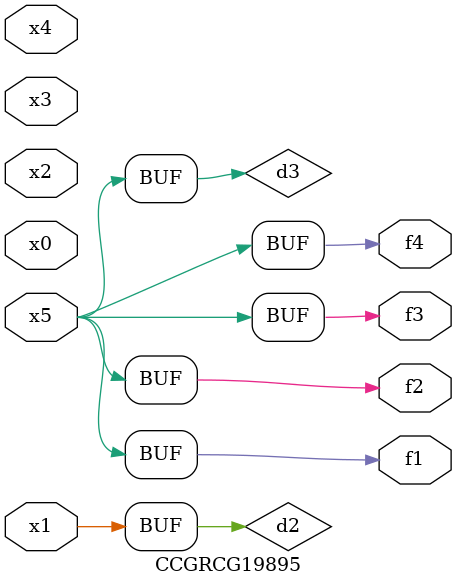
<source format=v>
module CCGRCG19895(
	input x0, x1, x2, x3, x4, x5,
	output f1, f2, f3, f4
);

	wire d1, d2, d3;

	not (d1, x5);
	or (d2, x1);
	xnor (d3, d1);
	assign f1 = d3;
	assign f2 = d3;
	assign f3 = d3;
	assign f4 = d3;
endmodule

</source>
